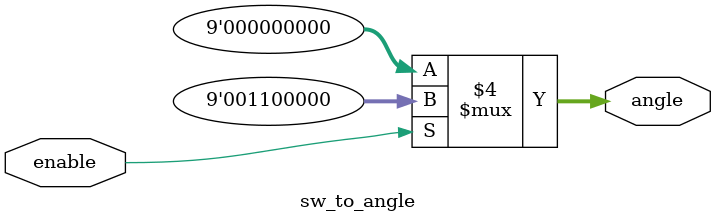
<source format=v>
`timescale 1ns / 1ps

// Convert from switch value to angle
// Each switch provides a different angle in degrees, starting
// at 0, incrementing by 24 degrees each time. 
module sw_to_angle(
    input enable,
    output reg [8:0] angle
    );
    
    // Run when the value of the switches
    // changes
    always @ (*)
    begin
        if(enable == 1)
            angle <= 9'd96; 
        else 
            angle <= 0;       
    end
endmodule

</source>
